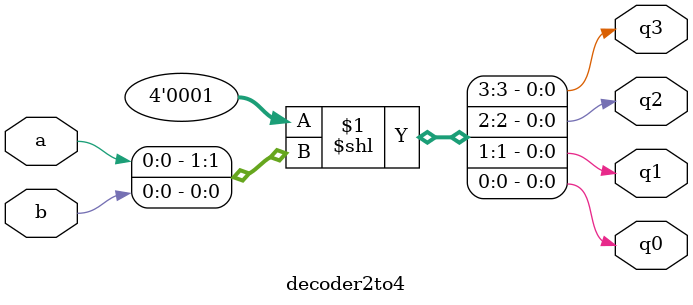
<source format=v>
`timescale 1ns / 1ps



module decoder2to4(
    input a,b,
    output q0,q1,q2,q3
);
    /*
     * Truth Table:
     *  Input  | Output
     *   a  b  | q3 q2 q1 q0
     *  -------|------------
     *   0  0  |  0  0  0  1
     *   0  1  |  0  0  1  0
     *   1  0  |  0  1  0  0
     *   1  1  |  1  0  0  0
     */

    assign {q3,q2,q1,q0}  = 4'b001 << {a,b};


endmodule

</source>
